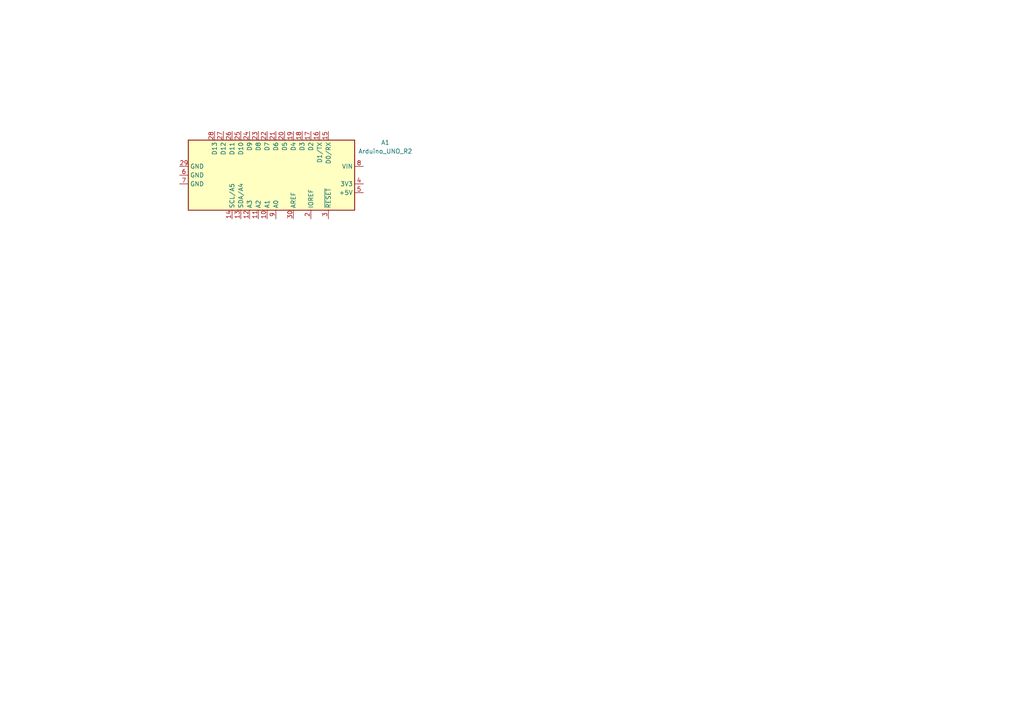
<source format=kicad_sch>
(kicad_sch (version 20230121) (generator eeschema)

  (uuid 524826a5-807c-403b-9545-0bbef6be6cb1)

  (paper "A4")

  (lib_symbols
    (symbol "MCU_Module:Arduino_UNO_R2" (in_bom yes) (on_board yes)
      (property "Reference" "A" (at -10.16 23.495 0)
        (effects (font (size 1.27 1.27)) (justify left bottom))
      )
      (property "Value" "Arduino_UNO_R2" (at 5.08 -26.67 0)
        (effects (font (size 1.27 1.27)) (justify left top))
      )
      (property "Footprint" "Module:Arduino_UNO_R2" (at 0 0 0)
        (effects (font (size 1.27 1.27) italic) hide)
      )
      (property "Datasheet" "https://www.arduino.cc/en/Main/arduinoBoardUno" (at 0 0 0)
        (effects (font (size 1.27 1.27)) hide)
      )
      (property "ki_keywords" "Arduino UNO R3 Microcontroller Module Atmel AVR USB" (at 0 0 0)
        (effects (font (size 1.27 1.27)) hide)
      )
      (property "ki_description" "Arduino UNO Microcontroller Module, release 2" (at 0 0 0)
        (effects (font (size 1.27 1.27)) hide)
      )
      (property "ki_fp_filters" "Arduino*UNO*R2*" (at 0 0 0)
        (effects (font (size 1.27 1.27)) hide)
      )
      (symbol "Arduino_UNO_R2_0_1"
        (rectangle (start -10.16 22.86) (end 10.16 -25.4)
          (stroke (width 0.254) (type default))
          (fill (type background))
        )
      )
      (symbol "Arduino_UNO_R2_1_1"
        (pin no_connect line (at -10.16 -20.32 0) (length 2.54) hide
          (name "NC" (effects (font (size 1.27 1.27))))
          (number "1" (effects (font (size 1.27 1.27))))
        )
        (pin bidirectional line (at 12.7 -2.54 180) (length 2.54)
          (name "A1" (effects (font (size 1.27 1.27))))
          (number "10" (effects (font (size 1.27 1.27))))
        )
        (pin bidirectional line (at 12.7 -5.08 180) (length 2.54)
          (name "A2" (effects (font (size 1.27 1.27))))
          (number "11" (effects (font (size 1.27 1.27))))
        )
        (pin bidirectional line (at 12.7 -7.62 180) (length 2.54)
          (name "A3" (effects (font (size 1.27 1.27))))
          (number "12" (effects (font (size 1.27 1.27))))
        )
        (pin bidirectional line (at 12.7 -10.16 180) (length 2.54)
          (name "SDA/A4" (effects (font (size 1.27 1.27))))
          (number "13" (effects (font (size 1.27 1.27))))
        )
        (pin bidirectional line (at 12.7 -12.7 180) (length 2.54)
          (name "SCL/A5" (effects (font (size 1.27 1.27))))
          (number "14" (effects (font (size 1.27 1.27))))
        )
        (pin bidirectional line (at -12.7 15.24 0) (length 2.54)
          (name "D0/RX" (effects (font (size 1.27 1.27))))
          (number "15" (effects (font (size 1.27 1.27))))
        )
        (pin bidirectional line (at -12.7 12.7 0) (length 2.54)
          (name "D1/TX" (effects (font (size 1.27 1.27))))
          (number "16" (effects (font (size 1.27 1.27))))
        )
        (pin bidirectional line (at -12.7 10.16 0) (length 2.54)
          (name "D2" (effects (font (size 1.27 1.27))))
          (number "17" (effects (font (size 1.27 1.27))))
        )
        (pin bidirectional line (at -12.7 7.62 0) (length 2.54)
          (name "D3" (effects (font (size 1.27 1.27))))
          (number "18" (effects (font (size 1.27 1.27))))
        )
        (pin bidirectional line (at -12.7 5.08 0) (length 2.54)
          (name "D4" (effects (font (size 1.27 1.27))))
          (number "19" (effects (font (size 1.27 1.27))))
        )
        (pin output line (at 12.7 10.16 180) (length 2.54)
          (name "IOREF" (effects (font (size 1.27 1.27))))
          (number "2" (effects (font (size 1.27 1.27))))
        )
        (pin bidirectional line (at -12.7 2.54 0) (length 2.54)
          (name "D5" (effects (font (size 1.27 1.27))))
          (number "20" (effects (font (size 1.27 1.27))))
        )
        (pin bidirectional line (at -12.7 0 0) (length 2.54)
          (name "D6" (effects (font (size 1.27 1.27))))
          (number "21" (effects (font (size 1.27 1.27))))
        )
        (pin bidirectional line (at -12.7 -2.54 0) (length 2.54)
          (name "D7" (effects (font (size 1.27 1.27))))
          (number "22" (effects (font (size 1.27 1.27))))
        )
        (pin bidirectional line (at -12.7 -5.08 0) (length 2.54)
          (name "D8" (effects (font (size 1.27 1.27))))
          (number "23" (effects (font (size 1.27 1.27))))
        )
        (pin bidirectional line (at -12.7 -7.62 0) (length 2.54)
          (name "D9" (effects (font (size 1.27 1.27))))
          (number "24" (effects (font (size 1.27 1.27))))
        )
        (pin bidirectional line (at -12.7 -10.16 0) (length 2.54)
          (name "D10" (effects (font (size 1.27 1.27))))
          (number "25" (effects (font (size 1.27 1.27))))
        )
        (pin bidirectional line (at -12.7 -12.7 0) (length 2.54)
          (name "D11" (effects (font (size 1.27 1.27))))
          (number "26" (effects (font (size 1.27 1.27))))
        )
        (pin bidirectional line (at -12.7 -15.24 0) (length 2.54)
          (name "D12" (effects (font (size 1.27 1.27))))
          (number "27" (effects (font (size 1.27 1.27))))
        )
        (pin bidirectional line (at -12.7 -17.78 0) (length 2.54)
          (name "D13" (effects (font (size 1.27 1.27))))
          (number "28" (effects (font (size 1.27 1.27))))
        )
        (pin power_in line (at -2.54 -27.94 90) (length 2.54)
          (name "GND" (effects (font (size 1.27 1.27))))
          (number "29" (effects (font (size 1.27 1.27))))
        )
        (pin input line (at 12.7 15.24 180) (length 2.54)
          (name "~{RESET}" (effects (font (size 1.27 1.27))))
          (number "3" (effects (font (size 1.27 1.27))))
        )
        (pin input line (at 12.7 5.08 180) (length 2.54)
          (name "AREF" (effects (font (size 1.27 1.27))))
          (number "30" (effects (font (size 1.27 1.27))))
        )
        (pin power_out line (at 2.54 25.4 270) (length 2.54)
          (name "3V3" (effects (font (size 1.27 1.27))))
          (number "4" (effects (font (size 1.27 1.27))))
        )
        (pin power_out line (at 5.08 25.4 270) (length 2.54)
          (name "+5V" (effects (font (size 1.27 1.27))))
          (number "5" (effects (font (size 1.27 1.27))))
        )
        (pin power_in line (at 0 -27.94 90) (length 2.54)
          (name "GND" (effects (font (size 1.27 1.27))))
          (number "6" (effects (font (size 1.27 1.27))))
        )
        (pin power_in line (at 2.54 -27.94 90) (length 2.54)
          (name "GND" (effects (font (size 1.27 1.27))))
          (number "7" (effects (font (size 1.27 1.27))))
        )
        (pin power_in line (at -2.54 25.4 270) (length 2.54)
          (name "VIN" (effects (font (size 1.27 1.27))))
          (number "8" (effects (font (size 1.27 1.27))))
        )
        (pin bidirectional line (at 12.7 0 180) (length 2.54)
          (name "A0" (effects (font (size 1.27 1.27))))
          (number "9" (effects (font (size 1.27 1.27))))
        )
      )
    )
  )


  (symbol (lib_id "MCU_Module:Arduino_UNO_R2") (at 80.01 50.8 270) (unit 1)
    (in_bom yes) (on_board yes) (dnp no) (fields_autoplaced)
    (uuid 456076ca-a01d-4055-bd1d-9871ce037190)
    (property "Reference" "A1" (at 111.76 41.3319 90)
      (effects (font (size 1.27 1.27)))
    )
    (property "Value" "Arduino_UNO_R2" (at 111.76 43.8719 90)
      (effects (font (size 1.27 1.27)))
    )
    (property "Footprint" "Module:Arduino_UNO_R2" (at 80.01 50.8 0)
      (effects (font (size 1.27 1.27) italic) hide)
    )
    (property "Datasheet" "https://www.arduino.cc/en/Main/arduinoBoardUno" (at 80.01 50.8 0)
      (effects (font (size 1.27 1.27)) hide)
    )
    (pin "1" (uuid e5fe5cd5-3b08-4f2f-b4cb-7fd7d0c7dac8))
    (pin "10" (uuid 2b3c6f79-42c6-4367-ab31-1e819d80f2f9))
    (pin "11" (uuid c6db9d32-236d-43d3-b0e2-ba95762d4fea))
    (pin "12" (uuid da8f6b4f-7c39-43d9-9060-054df19e5aef))
    (pin "13" (uuid b63bbf4b-312b-420d-8dba-6e94f2e6bf21))
    (pin "14" (uuid 882655b4-5a71-496a-99ef-a2647fb16a29))
    (pin "15" (uuid 1f5601b5-cb6e-4f7f-b9ae-1616cf5c0e7f))
    (pin "16" (uuid f8a0636c-cc61-448b-9b00-9a333479ba43))
    (pin "17" (uuid 312bc74f-c5bc-4657-80dd-0dd96cab23fb))
    (pin "18" (uuid edea9371-eb9a-4118-a5a7-3364f0560baa))
    (pin "19" (uuid 95634111-9357-463d-a8fa-e931734b3db0))
    (pin "2" (uuid 30d3955e-2d7d-4e4a-9ccb-81cd07451f69))
    (pin "20" (uuid 9ff146a5-4e79-43f4-9a82-52ece4d6f1a4))
    (pin "21" (uuid 32cc788c-58d1-456f-9d45-ff81e847ba5f))
    (pin "22" (uuid a094312a-3eb0-4179-9563-32525fd82f1f))
    (pin "23" (uuid 29c9781f-7b3c-4322-b69f-c6c8b930a0b3))
    (pin "24" (uuid 91d85765-c7da-4d08-bd90-3ec8b17dd537))
    (pin "25" (uuid 17904168-e876-4314-a64f-2905d38a211b))
    (pin "26" (uuid 461b9f3e-262b-426f-bc2e-f2757e21c243))
    (pin "27" (uuid 5e702282-7aba-45c3-a74b-6c2fd69f7249))
    (pin "28" (uuid dc741b7d-12e3-4e66-b191-61cdf23ef5c0))
    (pin "29" (uuid 84ea5eb7-0b5f-4e01-8ea8-176dec94696d))
    (pin "3" (uuid 39418dfd-d099-45f1-b574-3ce7edd49edf))
    (pin "30" (uuid 61b8cbca-75a5-4a14-9ad8-cf85cec45f38))
    (pin "4" (uuid 708e47c6-56ba-4d81-9f5d-1cedf1815359))
    (pin "5" (uuid 8b1e93e7-c6cd-42da-a438-20df337ce8fa))
    (pin "6" (uuid 2dc0e80b-3cb8-4197-840c-ad68e1c2136d))
    (pin "7" (uuid 78342a93-4bfd-4d5f-b165-279ff2e33483))
    (pin "8" (uuid fc0f15e8-bd64-4e87-a031-a3194240f34d))
    (pin "9" (uuid c0e86d58-524b-4d88-877d-150c2cc48256))
    (instances
      (project "geiger"
        (path "/524826a5-807c-403b-9545-0bbef6be6cb1"
          (reference "A1") (unit 1)
        )
      )
    )
  )

  (sheet_instances
    (path "/" (page "1"))
  )
)

</source>
